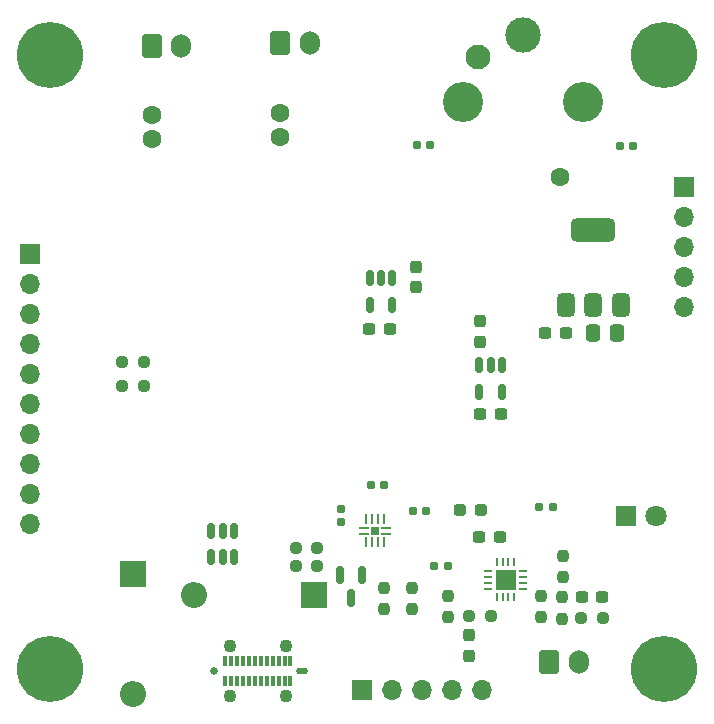
<source format=gbr>
%TF.GenerationSoftware,KiCad,Pcbnew,8.0.1-8.0.1-1~ubuntu22.04.1*%
%TF.CreationDate,2024-05-06T17:23:11+02:00*%
%TF.ProjectId,Pojet 1A,506f6a65-7420-4314-912e-6b696361645f,rev?*%
%TF.SameCoordinates,Original*%
%TF.FileFunction,Soldermask,Bot*%
%TF.FilePolarity,Negative*%
%FSLAX46Y46*%
G04 Gerber Fmt 4.6, Leading zero omitted, Abs format (unit mm)*
G04 Created by KiCad (PCBNEW 8.0.1-8.0.1-1~ubuntu22.04.1) date 2024-05-06 17:23:11*
%MOMM*%
%LPD*%
G01*
G04 APERTURE LIST*
G04 Aperture macros list*
%AMRoundRect*
0 Rectangle with rounded corners*
0 $1 Rounding radius*
0 $2 $3 $4 $5 $6 $7 $8 $9 X,Y pos of 4 corners*
0 Add a 4 corners polygon primitive as box body*
4,1,4,$2,$3,$4,$5,$6,$7,$8,$9,$2,$3,0*
0 Add four circle primitives for the rounded corners*
1,1,$1+$1,$2,$3*
1,1,$1+$1,$4,$5*
1,1,$1+$1,$6,$7*
1,1,$1+$1,$8,$9*
0 Add four rect primitives between the rounded corners*
20,1,$1+$1,$2,$3,$4,$5,0*
20,1,$1+$1,$4,$5,$6,$7,0*
20,1,$1+$1,$6,$7,$8,$9,0*
20,1,$1+$1,$8,$9,$2,$3,0*%
G04 Aperture macros list end*
%ADD10R,1.700000X1.700000*%
%ADD11O,1.700000X1.700000*%
%ADD12C,1.600000*%
%ADD13R,2.200000X2.200000*%
%ADD14O,2.200000X2.200000*%
%ADD15C,5.600000*%
%ADD16RoundRect,0.250000X-0.600000X-0.750000X0.600000X-0.750000X0.600000X0.750000X-0.600000X0.750000X0*%
%ADD17O,1.700000X2.000000*%
%ADD18RoundRect,0.155000X0.212500X0.155000X-0.212500X0.155000X-0.212500X-0.155000X0.212500X-0.155000X0*%
%ADD19RoundRect,0.150000X-0.150000X0.512500X-0.150000X-0.512500X0.150000X-0.512500X0.150000X0.512500X0*%
%ADD20RoundRect,0.155000X-0.212500X-0.155000X0.212500X-0.155000X0.212500X0.155000X-0.212500X0.155000X0*%
%ADD21RoundRect,0.250000X-0.337500X-0.475000X0.337500X-0.475000X0.337500X0.475000X-0.337500X0.475000X0*%
%ADD22RoundRect,0.237500X-0.300000X-0.237500X0.300000X-0.237500X0.300000X0.237500X-0.300000X0.237500X0*%
%ADD23C,2.100000*%
%ADD24C,3.400000*%
%ADD25C,3.000000*%
%ADD26RoundRect,0.062500X0.062500X-0.350000X0.062500X0.350000X-0.062500X0.350000X-0.062500X-0.350000X0*%
%ADD27RoundRect,0.062500X0.350000X-0.062500X0.350000X0.062500X-0.350000X0.062500X-0.350000X-0.062500X0*%
%ADD28R,0.700000X0.700000*%
%ADD29RoundRect,0.150000X-0.150000X0.587500X-0.150000X-0.587500X0.150000X-0.587500X0.150000X0.587500X0*%
%ADD30RoundRect,0.062500X0.312500X0.062500X-0.312500X0.062500X-0.312500X-0.062500X0.312500X-0.062500X0*%
%ADD31RoundRect,0.062500X0.062500X0.312500X-0.062500X0.312500X-0.062500X-0.312500X0.062500X-0.312500X0*%
%ADD32R,1.750000X1.750000*%
%ADD33RoundRect,0.237500X0.237500X-0.250000X0.237500X0.250000X-0.237500X0.250000X-0.237500X-0.250000X0*%
%ADD34RoundRect,0.237500X0.300000X0.237500X-0.300000X0.237500X-0.300000X-0.237500X0.300000X-0.237500X0*%
%ADD35RoundRect,0.237500X-0.250000X-0.237500X0.250000X-0.237500X0.250000X0.237500X-0.250000X0.237500X0*%
%ADD36R,1.800000X1.800000*%
%ADD37C,1.800000*%
%ADD38RoundRect,0.237500X-0.237500X0.250000X-0.237500X-0.250000X0.237500X-0.250000X0.237500X0.250000X0*%
%ADD39RoundRect,0.237500X0.250000X0.237500X-0.250000X0.237500X-0.250000X-0.237500X0.250000X-0.237500X0*%
%ADD40RoundRect,0.237500X0.237500X-0.300000X0.237500X0.300000X-0.237500X0.300000X-0.237500X-0.300000X0*%
%ADD41RoundRect,0.375000X0.375000X-0.625000X0.375000X0.625000X-0.375000X0.625000X-0.375000X-0.625000X0*%
%ADD42RoundRect,0.500000X1.400000X-0.500000X1.400000X0.500000X-1.400000X0.500000X-1.400000X-0.500000X0*%
%ADD43RoundRect,0.237500X-0.237500X0.300000X-0.237500X-0.300000X0.237500X-0.300000X0.237500X0.300000X0*%
%ADD44RoundRect,0.150000X0.150000X-0.512500X0.150000X0.512500X-0.150000X0.512500X-0.150000X-0.512500X0*%
%ADD45C,0.660000*%
%ADD46O,1.000000X0.580000*%
%ADD47R,0.300000X0.850000*%
%ADD48C,1.100000*%
%ADD49RoundRect,0.155000X-0.155000X0.212500X-0.155000X-0.212500X0.155000X-0.212500X0.155000X0.212500X0*%
%ADD50RoundRect,0.237500X0.287500X0.237500X-0.287500X0.237500X-0.287500X-0.237500X0.287500X-0.237500X0*%
G04 APERTURE END LIST*
D10*
%TO.C,J5*%
X181700000Y-80200000D03*
D11*
X181700000Y-82740000D03*
X181700000Y-85280000D03*
X181700000Y-87820000D03*
X181700000Y-90360000D03*
%TD*%
D12*
%TO.C,C28*%
X147500000Y-75900000D03*
X147500000Y-73900000D03*
%TD*%
D13*
%TO.C,D1*%
X135000000Y-112920000D03*
D14*
X135000000Y-123080000D03*
%TD*%
D12*
%TO.C,C32*%
X136600000Y-76100000D03*
X136600000Y-74100000D03*
%TD*%
D15*
%TO.C,H2*%
X128000000Y-121000000D03*
%TD*%
D16*
%TO.C,J3*%
X136600000Y-68200000D03*
D17*
X139100000Y-68200000D03*
%TD*%
D15*
%TO.C,H1*%
X180000000Y-121000000D03*
%TD*%
%TO.C,H4*%
X128000000Y-69000000D03*
%TD*%
D13*
%TO.C,D3*%
X150380000Y-114700000D03*
D14*
X140220000Y-114700000D03*
%TD*%
D10*
%TO.C,J6*%
X126300000Y-85840000D03*
D11*
X126300000Y-88380000D03*
X126300000Y-90920000D03*
X126300000Y-93460000D03*
X126300000Y-96000000D03*
X126300000Y-98540000D03*
X126300000Y-101080000D03*
X126300000Y-103620000D03*
X126300000Y-106160000D03*
X126300000Y-108700000D03*
%TD*%
D16*
%TO.C,J2*%
X147500000Y-68000000D03*
D17*
X150000000Y-68000000D03*
%TD*%
D16*
%TO.C,J4*%
X170250000Y-120375000D03*
D17*
X172750000Y-120375000D03*
%TD*%
D10*
%TO.C,J8*%
X154420000Y-122800000D03*
D11*
X156960000Y-122800000D03*
X159500000Y-122800000D03*
X162040000Y-122800000D03*
X164580000Y-122800000D03*
%TD*%
D15*
%TO.C,H3*%
X180000000Y-69000000D03*
%TD*%
D18*
%TO.C,C34*%
X160167500Y-76600000D03*
X159032500Y-76600000D03*
%TD*%
D19*
%TO.C,BU33SD5WG-TR1*%
X155050000Y-87862500D03*
X156000000Y-87862500D03*
X156950000Y-87862500D03*
X156950000Y-90137500D03*
X155050000Y-90137500D03*
%TD*%
D18*
%TO.C,C33*%
X177367500Y-76700000D03*
X176232500Y-76700000D03*
%TD*%
D20*
%TO.C,C3*%
X169432500Y-107250000D03*
X170567500Y-107250000D03*
%TD*%
D21*
%TO.C,C22*%
X173962500Y-92500000D03*
X176037500Y-92500000D03*
%TD*%
D22*
%TO.C,C18*%
X155037500Y-92200000D03*
X156762500Y-92200000D03*
%TD*%
%TO.C,C19*%
X164437500Y-99400000D03*
X166162500Y-99400000D03*
%TD*%
D12*
%TO.C,J7*%
X171180000Y-79350000D03*
D23*
X164190000Y-69190000D03*
D24*
X162920000Y-73000000D03*
X173080000Y-73000000D03*
D25*
X168000000Y-67280000D03*
%TD*%
D26*
%TO.C,IC1*%
X156250000Y-110250000D03*
X155750000Y-110250000D03*
X155250000Y-110250000D03*
X154750000Y-110250000D03*
D27*
X154537500Y-109537500D03*
X154537500Y-109037500D03*
D26*
X154750000Y-108325000D03*
X155250000Y-108325000D03*
X155750000Y-108325000D03*
X156250000Y-108325000D03*
D27*
X156462500Y-109037500D03*
X156462500Y-109537500D03*
D28*
X155500000Y-109287500D03*
%TD*%
D29*
%TO.C,Q1*%
X152550000Y-113062500D03*
X154450000Y-113062500D03*
X153500000Y-114937500D03*
%TD*%
D30*
%TO.C,BQ25306RTET1*%
X168035000Y-112690000D03*
X168035000Y-113190000D03*
X168035000Y-113690000D03*
X168035000Y-114190000D03*
D31*
X167310000Y-114915000D03*
X166810000Y-114915000D03*
X166310000Y-114915000D03*
X165810000Y-114915000D03*
D30*
X165085000Y-114190000D03*
X165085000Y-113690000D03*
X165085000Y-113190000D03*
X165085000Y-112690000D03*
D31*
X165810000Y-111965000D03*
X166310000Y-111965000D03*
X166810000Y-111965000D03*
X167310000Y-111965000D03*
D32*
X166560000Y-113440000D03*
%TD*%
D33*
%TO.C,R7*%
X171400000Y-113212500D03*
X171400000Y-111387500D03*
%TD*%
D34*
%TO.C,C1*%
X174762500Y-114900000D03*
X173037500Y-114900000D03*
%TD*%
D35*
%TO.C,R6*%
X172987500Y-116700000D03*
X174812500Y-116700000D03*
%TD*%
D34*
%TO.C,C21*%
X171662500Y-92500000D03*
X169937500Y-92500000D03*
%TD*%
D36*
%TO.C,D2*%
X176760000Y-108000000D03*
D37*
X179300000Y-108000000D03*
%TD*%
D38*
%TO.C,R10*%
X169600000Y-114787500D03*
X169600000Y-116612500D03*
%TD*%
D18*
%TO.C,C2*%
X156267500Y-105400000D03*
X155132500Y-105400000D03*
%TD*%
D33*
%TO.C,R1*%
X156300000Y-115912500D03*
X156300000Y-114087500D03*
%TD*%
D20*
%TO.C,C5*%
X158732500Y-107600000D03*
X159867500Y-107600000D03*
%TD*%
D39*
%TO.C,R11*%
X165312500Y-116500000D03*
X163487500Y-116500000D03*
%TD*%
D40*
%TO.C,C15*%
X164400000Y-93262500D03*
X164400000Y-91537500D03*
%TD*%
D41*
%TO.C,U3*%
X176300000Y-90150000D03*
X174000000Y-90150000D03*
D42*
X174000000Y-83850000D03*
D41*
X171700000Y-90150000D03*
%TD*%
D38*
%TO.C,R8*%
X158600000Y-114087500D03*
X158600000Y-115912500D03*
%TD*%
D39*
%TO.C,R2*%
X135912500Y-97000000D03*
X134087500Y-97000000D03*
%TD*%
D43*
%TO.C,C14*%
X159000000Y-86937500D03*
X159000000Y-88662500D03*
%TD*%
D35*
%TO.C,R3*%
X148787500Y-112300000D03*
X150612500Y-112300000D03*
%TD*%
D44*
%TO.C,U4*%
X143550000Y-111537500D03*
X142600000Y-111537500D03*
X141650000Y-111537500D03*
X141650000Y-109262500D03*
X142600000Y-109262500D03*
X143550000Y-109262500D03*
%TD*%
D40*
%TO.C,C7*%
X163500000Y-119862500D03*
X163500000Y-118137500D03*
%TD*%
D45*
%TO.C,J1*%
X141850000Y-121150000D03*
D46*
X149350000Y-121150000D03*
D47*
X142850000Y-121985000D03*
X143350000Y-121985000D03*
X143850000Y-121985000D03*
X144350000Y-121985000D03*
X144850000Y-121985000D03*
X145350000Y-121985000D03*
X145850000Y-121985000D03*
X146350000Y-121985000D03*
X146850000Y-121985000D03*
X147350000Y-121985000D03*
X147850000Y-121985000D03*
X148350000Y-121985000D03*
X148350000Y-120315000D03*
X147850000Y-120315000D03*
X147350000Y-120315000D03*
X146850000Y-120315000D03*
X146350000Y-120315000D03*
X145850000Y-120315000D03*
X145350000Y-120315000D03*
X144850000Y-120315000D03*
X144350000Y-120315000D03*
X143850000Y-120315000D03*
X143350000Y-120315000D03*
X142850000Y-120315000D03*
D48*
X143200000Y-119000000D03*
X143200000Y-123300000D03*
X148000000Y-119000000D03*
X148000000Y-123300000D03*
%TD*%
D38*
%TO.C,R13*%
X161700000Y-114787500D03*
X161700000Y-116612500D03*
%TD*%
D18*
%TO.C,C8*%
X161667500Y-112300000D03*
X160532500Y-112300000D03*
%TD*%
D49*
%TO.C,C4*%
X152600000Y-107432500D03*
X152600000Y-108567500D03*
%TD*%
D19*
%TO.C,BU33SD5WG-TR2*%
X164350000Y-95262500D03*
X165300000Y-95262500D03*
X166250000Y-95262500D03*
X166250000Y-97537500D03*
X164350000Y-97537500D03*
%TD*%
D39*
%TO.C,R5*%
X135912500Y-95000000D03*
X134087500Y-95000000D03*
%TD*%
D34*
%TO.C,C6*%
X166062500Y-109800000D03*
X164337500Y-109800000D03*
%TD*%
D39*
%TO.C,R9*%
X150612500Y-110700000D03*
X148787500Y-110700000D03*
%TD*%
D50*
%TO.C,L1*%
X164475000Y-107500000D03*
X162725000Y-107500000D03*
%TD*%
D38*
%TO.C,R4*%
X171300000Y-114887500D03*
X171300000Y-116712500D03*
%TD*%
M02*

</source>
